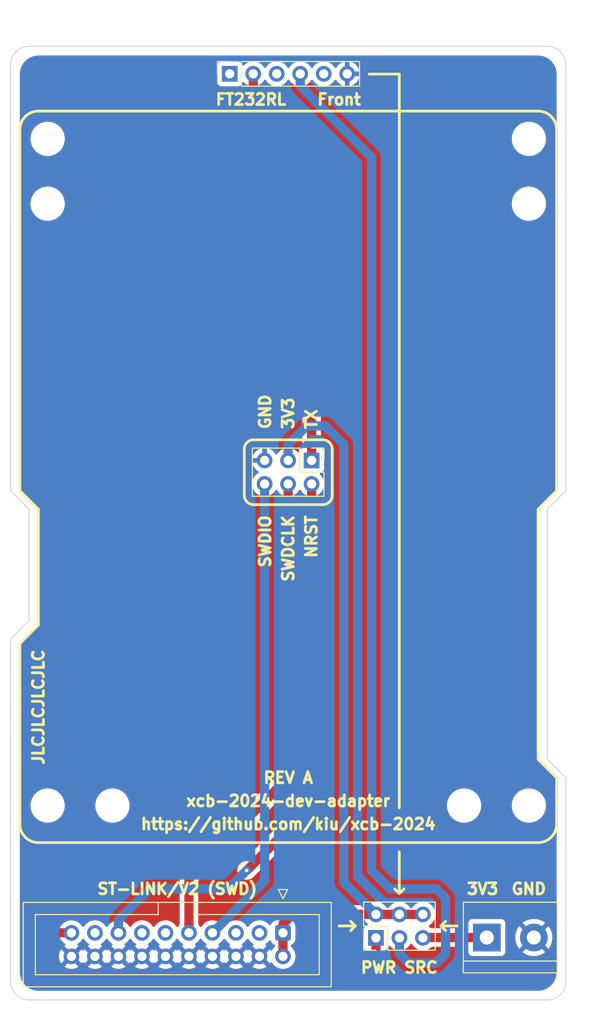
<source format=kicad_pcb>
(kicad_pcb (version 20221018) (generator pcbnew)
  (layers (0 "F.Cu" signal) (31 "B.Cu" signal) (34 "B.Paste" user) (35 "F.Paste" user) (36 "B.SilkS" user "B.Silkscreen") (37 "F.SilkS" user "F.Silkscreen") (38 "B.Mask" user) (39 "F.Mask" user) (44 "Edge.Cuts" user))
  (net 0 "")
  (net 3 "Net-(J1-Pin_4)")
  (net 5 "Net-(J2-Pin_2)")
  (net 6 "+3V3")
  (net 7 "GND")
  (net 8 "Net-(J2-Pin_4)")
  (net 9 "Net-(J1-Pin_2)")
  (net 10 "Net-(J2-Pin_6)")
  (net 16 "Net-(J3-Pin_19)")
  (net 17 "Net-(J4-Pin_5)")
  (footprint "Connector_PinSocket_2.54mm:PinSocket_1x06_P2.54mm_Vertical" (layer "F.Cu") (at 67.675 45.975 90)
    (fp_text reference "J1" hide)
    (fp_text value "Conn_01x06")
    (fp_line (start -1.33 1.27) (end -1.33 14.03) (stroke (width 0.12)) (layer "F.SilkS"))
    (fp_line (start -1.33 1.27) (end 1.33 1.27) (stroke (width 0.12)) (layer "F.SilkS"))
    (fp_line (start -1.33 14.03) (end 1.33 14.03) (stroke (width 0.12)) (layer "F.SilkS"))
    (fp_line (start 0 -1.33) (end 1.33 -1.33) (stroke (width 0.12)) (layer "F.SilkS"))
    (fp_line (start 1.33 -1.33) (end 1.33 0) (stroke (width 0.12)) (layer "F.SilkS"))
    (fp_line (start 1.33 1.27) (end 1.33 14.03) (stroke (width 0.12)) (layer "F.SilkS"))
    (pad "1" thru_hole rect (at 0 0 90) (size 1.7 1.7) (drill 1) (layers "*.Cu" "*.Mask"))
    (pad "2" thru_hole oval (at 0 2.54 90) (size 1.7 1.7) (drill 1) (layers "*.Cu" "*.Mask") (net 9 "Net-(J1-Pin_2)"))
    (pad "3" thru_hole oval (at 0 5.08 90) (size 1.7 1.7) (drill 1) (layers "*.Cu" "*.Mask"))
    (pad "4" thru_hole oval (at 0 7.62 90) (size 1.7 1.7) (drill 1) (layers "*.Cu" "*.Mask") (net 3 "Net-(J1-Pin_4)"))
    (pad "5" thru_hole oval (at 0 10.16 90) (size 1.7 1.7) (drill 1) (layers "*.Cu" "*.Mask"))
    (pad "6" thru_hole oval (at 0 12.7 90) (size 1.7 1.7) (drill 1) (layers "*.Cu" "*.Mask") (net 7 "GND"))
  )
  (footprint "MountingHole:MountingHole_3.2mm_M3_DIN965" (layer "F.Cu") (at 100 53)
    (fp_text reference "H4" hide)
    (fp_text value "MountingHole")
    (pad "" np_thru_hole circle (at 0 0) (size 3.2 3.2) (drill 3.2) (layers "*.Cu" "*.Mask"))
  )
  (footprint "MountingHole:MountingHole_3.2mm_M3_DIN965" (layer "F.Cu") (at 93 125)
    (fp_text reference "H5" hide)
    (fp_text value "MountingHole")
    (pad "" np_thru_hole circle (at 0 0) (size 3.2 3.2) (drill 3.2) (layers "*.Cu" "*.Mask"))
  )
  (footprint "Connector_IDC:IDC-Header_2x10_P2.54mm_Vertical" (layer "F.Cu") (at 73.43 138.7475 -90)
    (fp_text reference "J3" hide)
    (fp_text value "Conn_02x10_Odd_Even")
    (fp_line (start -4.68 -0.5) (end -4.68 0.5) (stroke (width 0.12)) (layer "F.SilkS"))
    (fp_line (start -4.68 0.5) (end -3.68 0) (stroke (width 0.12)) (layer "F.SilkS"))
    (fp_line (start -3.68 0) (end -4.68 -0.5) (stroke (width 0.12)) (layer "F.SilkS"))
    (fp_line (start -3.29 -5.21) (end 5.83 -5.21) (stroke (width 0.12)) (layer "F.SilkS"))
    (fp_line (start -3.29 9.38) (end -1.98 9.38) (stroke (width 0.12)) (layer "F.SilkS"))
    (fp_line (start -3.29 28.07) (end -3.29 -5.21) (stroke (width 0.12)) (layer "F.SilkS"))
    (fp_line (start -1.98 -3.91) (end 4.52 -3.91) (stroke (width 0.12)) (layer "F.SilkS"))
    (fp_line (start -1.98 9.38) (end -1.98 -3.91) (stroke (width 0.12)) (layer "F.SilkS"))
    (fp_line (start -1.98 13.48) (end -3.29 13.48) (stroke (width 0.12)) (layer "F.SilkS"))
    (fp_line (start -1.98 13.48) (end -1.98 13.48) (stroke (width 0.12)) (layer "F.SilkS"))
    (fp_line (start -1.98 26.77) (end -1.98 13.48) (stroke (width 0.12)) (layer "F.SilkS"))
    (fp_line (start 4.52 -3.91) (end 4.52 26.77) (stroke (width 0.12)) (layer "F.SilkS"))
    (fp_line (start 4.52 26.77) (end -1.98 26.77) (stroke (width 0.12)) (layer "F.SilkS"))
    (fp_line (start 5.83 -5.21) (end 5.83 28.07) (stroke (width 0.12)) (layer "F.SilkS"))
    (fp_line (start 5.83 28.07) (end -3.29 28.07) (stroke (width 0.12)) (layer "F.SilkS"))
    (pad "1" thru_hole roundrect (at 0 0 270) (size 1.7 1.7) (drill 1) (layers "*.Cu" "*.Mask") (roundrect_rratio 0.1470588235) (net 6 "+3V3"))
    (pad "2" thru_hole circle (at 2.54 0 270) (size 1.7 1.7) (drill 1) (layers "*.Cu" "*.Mask") (net 6 "+3V3"))
    (pad "3" thru_hole circle (at 0 2.54 270) (size 1.7 1.7) (drill 1) (layers "*.Cu" "*.Mask"))
    (pad "4" thru_hole circle (at 2.54 2.54 270) (size 1.7 1.7) (drill 1) (layers "*.Cu" "*.Mask") (net 7 "GND"))
    (pad "5" thru_hole circle (at 0 5.08 270) (size 1.7 1.7) (drill 1) (layers "*.Cu" "*.Mask"))
    (pad "6" thru_hole circle (at 2.54 5.08 270) (size 1.7 1.7) (drill 1) (layers "*.Cu" "*.Mask") (net 7 "GND"))
    (pad "7" thru_hole circle (at 0 7.62 270) (size 1.7 1.7) (drill 1) (layers "*.Cu" "*.Mask") (net 10 "Net-(J2-Pin_6)"))
    (pad "8" thru_hole circle (at 2.54 7.62 270) (size 1.7 1.7) (drill 1) (layers "*.Cu" "*.Mask") (net 7 "GND"))
    (pad "9" thru_hole circle (at 0 10.16 270) (size 1.7 1.7) (drill 1) (layers "*.Cu" "*.Mask") (net 8 "Net-(J2-Pin_4)"))
    (pad "10" thru_hole circle (at 2.54 10.16 270) (size 1.7 1.7) (drill 1) (layers "*.Cu" "*.Mask") (net 7 "GND"))
    (pad "11" thru_hole circle (at 0 12.7 270) (size 1.7 1.7) (drill 1) (layers "*.Cu" "*.Mask"))
    (pad "12" thru_hole circle (at 2.54 12.7 270) (size 1.7 1.7) (drill 1) (layers "*.Cu" "*.Mask") (net 7 "GND"))
    (pad "13" thru_hole circle (at 0 15.24 270) (size 1.7 1.7) (drill 1) (layers "*.Cu" "*.Mask"))
    (pad "14" thru_hole circle (at 2.54 15.24 270) (size 1.7 1.7) (drill 1) (layers "*.Cu" "*.Mask") (net 7 "GND"))
    (pad "15" thru_hole circle (at 0 17.78 270) (size 1.7 1.7) (drill 1) (layers "*.Cu" "*.Mask") (net 5 "Net-(J2-Pin_2)"))
    (pad "16" thru_hole circle (at 2.54 17.78 270) (size 1.7 1.7) (drill 1) (layers "*.Cu" "*.Mask") (net 7 "GND"))
    (pad "17" thru_hole circle (at 0 20.32 270) (size 1.7 1.7) (drill 1) (layers "*.Cu" "*.Mask"))
    (pad "18" thru_hole circle (at 2.54 20.32 270) (size 1.7 1.7) (drill 1) (layers "*.Cu" "*.Mask") (net 7 "GND"))
    (pad "19" thru_hole circle (at 0 22.86 270) (size 1.7 1.7) (drill 1) (layers "*.Cu" "*.Mask") (net 16 "Net-(J3-Pin_19)"))
    (pad "20" thru_hole circle (at 2.54 22.86 270) (size 1.7 1.7) (drill 1) (layers "*.Cu" "*.Mask") (net 7 "GND"))
  )
  (footprint "MountingHole:MountingHole_3.2mm_M3_DIN965" (layer "F.Cu") (at 100 125)
    (fp_text reference "H6" hide)
    (fp_text value "MountingHole")
    (pad "" np_thru_hole circle (at 0 0) (size 3.2 3.2) (drill 3.2) (layers "*.Cu" "*.Mask"))
  )
  (footprint "Connector_PinHeader_2.54mm:PinHeader_2x03_P2.54mm_Vertical" (layer "F.Cu") (at 76.525 87.725 -90)
    (fp_text reference "J2" hide)
    (fp_text value "Conn_02x03_Odd_Even")
    (fp_line (start -1.33 -1.33) (end 0 -1.33) (stroke (width 0.12)) (layer "F.SilkS"))
    (fp_line (start -1.33 0) (end -1.33 -1.33) (stroke (width 0.12)) (layer "F.SilkS"))
    (fp_line (start -1.33 1.27) (end -1.33 6.41) (stroke (width 0.12)) (layer "F.SilkS"))
    (fp_line (start -1.33 1.27) (end 1.27 1.27) (stroke (width 0.12)) (layer "F.SilkS"))
    (fp_line (start -1.33 6.41) (end 3.87 6.41) (stroke (width 0.12)) (layer "F.SilkS"))
    (fp_line (start 1.27 -1.33) (end 3.87 -1.33) (stroke (width 0.12)) (layer "F.SilkS"))
    (fp_line (start 1.27 1.27) (end 1.27 -1.33) (stroke (width 0.12)) (layer "F.SilkS"))
    (fp_line (start 3.87 -1.33) (end 3.87 6.41) (stroke (width 0.12)) (layer "F.SilkS"))
    (pad "1" thru_hole rect (at 0 0 270) (size 1.7 1.7) (drill 1) (layers "*.Cu" "*.Mask") (net 9 "Net-(J1-Pin_2)"))
    (pad "2" thru_hole oval (at 2.54 0 270) (size 1.7 1.7) (drill 1) (layers "*.Cu" "*.Mask") (net 5 "Net-(J2-Pin_2)"))
    (pad "3" thru_hole oval (at 0 2.54 270) (size 1.7 1.7) (drill 1) (layers "*.Cu" "*.Mask") (net 6 "+3V3"))
    (pad "4" thru_hole oval (at 2.54 2.54 270) (size 1.7 1.7) (drill 1) (layers "*.Cu" "*.Mask") (net 8 "Net-(J2-Pin_4)"))
    (pad "5" thru_hole oval (at 0 5.08 270) (size 1.7 1.7) (drill 1) (layers "*.Cu" "*.Mask") (net 7 "GND"))
    (pad "6" thru_hole oval (at 2.54 5.08 270) (size 1.7 1.7) (drill 1) (layers "*.Cu" "*.Mask") (net 10 "Net-(J2-Pin_6)"))
  )
  (footprint "MountingHole:MountingHole_3.2mm_M3_DIN965" (layer "F.Cu") (at 48 60)
    (fp_text reference "H1" hide)
    (fp_text value "MountingHole")
    (pad "" np_thru_hole circle (at 0 0) (size 3.2 3.2) (drill 3.2) (layers "*.Cu" "*.Mask"))
  )
  (footprint "MountingHole:MountingHole_3.2mm_M3_DIN965" (layer "F.Cu") (at 48 125)
    (fp_text reference "H8" hide)
    (fp_text value "MountingHole")
    (pad "" np_thru_hole circle (at 0 0) (size 3.2 3.2) (drill 3.2) (layers "*.Cu" "*.Mask"))
  )
  (footprint "MountingHole:MountingHole_3.2mm_M3_DIN965" (layer "F.Cu") (at 55 125)
    (fp_text reference "H7" hide)
    (fp_text value "MountingHole")
    (pad "" np_thru_hole circle (at 0 0) (size 3.2 3.2) (drill 3.2) (layers "*.Cu" "*.Mask"))
  )
  (footprint "TerminalBlock:TerminalBlock_bornier-2_P5.08mm" (layer "F.Cu") (at 95.46 139.25)
    (fp_text reference "J5" hide)
    (fp_text value "Screw_Terminal_01x02")
    (fp_line (start -2.54 -3.81) (end -2.54 3.81) (stroke (width 0.12)) (layer "F.SilkS"))
    (fp_line (start -2.54 3.81) (end 7.62 3.81) (stroke (width 0.12)) (layer "F.SilkS"))
    (fp_line (start 7.62 -3.81) (end -2.54 -3.81) (stroke (width 0.12)) (layer "F.SilkS"))
    (fp_line (start 7.62 2.54) (end -2.54 2.54) (stroke (width 0.12)) (layer "F.SilkS"))
    (fp_line (start 7.62 3.81) (end 7.62 -3.81) (stroke (width 0.12)) (layer "F.SilkS"))
    (pad "1" thru_hole rect (at 0 0) (size 3 3) (drill 1.52) (layers "*.Cu" "*.Mask") (net 17 "Net-(J4-Pin_5)"))
    (pad "2" thru_hole circle (at 5.08 0) (size 3 3) (drill 1.52) (layers "*.Cu" "*.Mask") (net 7 "GND"))
  )
  (footprint "MountingHole:MountingHole_3.2mm_M3_DIN965" (layer "F.Cu") (at 100 60)
    (fp_text reference "H3" hide)
    (fp_text value "MountingHole")
    (pad "" np_thru_hole circle (at 0 0) (size 3.2 3.2) (drill 3.2) (layers "*.Cu" "*.Mask"))
  )
  (footprint "Connector_PinHeader_2.54mm:PinHeader_2x03_P2.54mm_Vertical" (layer "F.Cu") (at 83.475 139.29 90)
    (fp_text reference "J4" hide)
    (fp_text value "Conn_02x03_Odd_Even")
    (fp_line (start -1.33 -1.33) (end 0 -1.33) (stroke (width 0.12)) (layer "F.SilkS"))
    (fp_line (start -1.33 0) (end -1.33 -1.33) (stroke (width 0.12)) (layer "F.SilkS"))
    (fp_line (start -1.33 1.27) (end -1.33 6.41) (stroke (width 0.12)) (layer "F.SilkS"))
    (fp_line (start -1.33 1.27) (end 1.27 1.27) (stroke (width 0.12)) (layer "F.SilkS"))
    (fp_line (start -1.33 6.41) (end 3.87 6.41) (stroke (width 0.12)) (layer "F.SilkS"))
    (fp_line (start 1.27 -1.33) (end 3.87 -1.33) (stroke (width 0.12)) (layer "F.SilkS"))
    (fp_line (start 1.27 1.27) (end 1.27 -1.33) (stroke (width 0.12)) (layer "F.SilkS"))
    (fp_line (start 3.87 -1.33) (end 3.87 6.41) (stroke (width 0.12)) (layer "F.SilkS"))
    (pad "1" thru_hole rect (at 0 0 90) (size 1.7 1.7) (drill 1) (layers "*.Cu" "*.Mask") (net 16 "Net-(J3-Pin_19)"))
    (pad "2" thru_hole oval (at 2.54 0 90) (size 1.7 1.7) (drill 1) (layers "*.Cu" "*.Mask") (net 6 "+3V3"))
    (pad "3" thru_hole oval (at 0 2.54 90) (size 1.7 1.7) (drill 1) (layers "*.Cu" "*.Mask") (net 3 "Net-(J1-Pin_4)"))
    (pad "4" thru_hole oval (at 2.54 2.54 90) (size 1.7 1.7) (drill 1) (layers "*.Cu" "*.Mask") (net 6 "+3V3"))
    (pad "5" thru_hole oval (at 0 5.08 90) (size 1.7 1.7) (drill 1) (layers "*.Cu" "*.Mask") (net 17 "Net-(J4-Pin_5)"))
    (pad "6" thru_hole oval (at 2.54 5.08 90) (size 1.7 1.7) (drill 1) (layers "*.Cu" "*.Mask") (net 6 "+3V3"))
  )
  (footprint "MountingHole:MountingHole_3.2mm_M3_DIN965" (layer "F.Cu") (at 48 53)
    (fp_text reference "H2" hide)
    (fp_text value "MountingHole")
    (pad "" np_thru_hole circle (at 0 0) (size 3.2 3.2) (drill 3.2) (layers "*.Cu" "*.Mask"))
  )
  (gr_line (start 47 129) (end 101 129) (stroke (width 0.3)) (layer "F.SilkS"))
  (gr_line (start 101 50) (end 47 50) (stroke (width 0.3)) (layer "F.SilkS"))
  (gr_arc (start 101 50) (mid 102.414214 50.585786) (end 103 52) (stroke (width 0.3)) (layer "F.SilkS"))
  (gr_line (start 86 134.5) (end 86 130) (stroke (width 0.3)) (layer "F.SilkS"))
  (gr_arc (start 45 52) (mid 45.585786 50.585786) (end 47 50) (stroke (width 0.3)) (layer "F.SilkS"))
  (gr_line (start 47 93) (end 45 91) (stroke (width 0.3)) (layer "F.SilkS"))
  (gr_arc (start 70.249998 92.499998) (mid 69.542893 92.207104) (end 69.249998 91.499998) (stroke (width 0.3)) (layer "F.SilkS"))
  (gr_line (start 70.249998 92.5) (end 77.749998 92.5) (stroke (width 0.3)) (layer "F.SilkS"))
  (gr_line (start 45 127) (end 45 107.5) (stroke (width 0.3)) (layer "F.SilkS"))
  (gr_line (start 85.5 134) (end 86 134.5) (stroke (width 0.3)) (layer "F.SilkS"))
  (gr_line (start 47 105.5) (end 47 93) (stroke (width 0.3)) (layer "F.SilkS"))
  (gr_line (start 103 91) (end 101 93) (stroke (width 0.3)) (layer "F.SilkS"))
  (gr_line (start 101 93) (end 101 120) (stroke (width 0.3)) (layer "F.SilkS"))
  (gr_line (start 81.25 138) (end 79.5 138) (stroke (width 0.3)) (layer "F.SilkS"))
  (gr_line (start 45 91) (end 45 52) (stroke (width 0.3)) (layer "F.SilkS"))
  (gr_line (start 70.25 85.5) (end 77.75 85.5) (stroke (width 0.3)) (layer "F.SilkS"))
  (gr_line (start 86.5 134) (end 86 134.5) (stroke (width 0.3)) (layer "F.SilkS"))
  (gr_line (start 91 138.5) (end 90.5 138) (stroke (width 0.3)) (layer "F.SilkS"))
  (gr_line (start 69.25 91.5) (end 69.25 86.5) (stroke (width 0.3)) (layer "F.SilkS"))
  (gr_line (start 45 107.5) (end 47 105.5) (stroke (width 0.3)) (layer "F.SilkS"))
  (gr_line (start 103 52) (end 103 91) (stroke (width 0.3)) (layer "F.SilkS"))
  (gr_line (start 78.75 91.500002) (end 78.75 86.500002) (stroke (width 0.3)) (layer "F.SilkS"))
  (gr_arc (start 78.749998 91.5) (mid 78.457105 92.207106) (end 77.749998 92.5) (stroke (width 0.3)) (layer "F.SilkS"))
  (gr_line (start 80.75 138.5) (end 81.25 138) (stroke (width 0.3)) (layer "F.SilkS"))
  (gr_line (start 86 46) (end 82.75 46) (stroke (width 0.3)) (layer "F.SilkS"))
  (gr_line (start 103 122) (end 101 120) (stroke (width 0.3)) (layer "F.SilkS"))
  (gr_arc (start 69.25 86.5) (mid 69.542893 85.792893) (end 70.25 85.5) (stroke (width 0.3)) (layer "F.SilkS"))
  (gr_line (start 90.5 138) (end 92.25 138) (stroke (width 0.3)) (layer "F.SilkS"))
  (gr_line (start 80.75 137.5) (end 81.25 138) (stroke (width 0.3)) (layer "F.SilkS"))
  (gr_line (start 86 125.25) (end 86 46) (stroke (width 0.3)) (layer "F.SilkS"))
  (gr_arc (start 103 127) (mid 102.414214 128.414214) (end 101 129) (stroke (width 0.3)) (layer "F.SilkS"))
  (gr_line (start 103 127) (end 103 122) (stroke (width 0.3)) (layer "F.SilkS"))
  (gr_arc (start 47 129) (mid 45.585786 128.414214) (end 45 127) (stroke (width 0.3)) (layer "F.SilkS"))
  (gr_arc (start 77.75 85.500002) (mid 78.457106 85.792895) (end 78.75 86.500002) (stroke (width 0.3)) (layer "F.SilkS"))
  (gr_line (start 91 137.5) (end 90.5 138) (stroke (width 0.3)) (layer "F.SilkS"))
  (gr_line (start 46 43) (end 102 43) (stroke (width 0.1)) (layer "Edge.Cuts"))
  (gr_line (start 46 146) (end 102 146) (stroke (width 0.1)) (layer "Edge.Cuts"))
  (gr_line (start 46 105) (end 44 107) (stroke (width 0.1)) (layer "Edge.Cuts"))
  (gr_line (start 102 120) (end 104 122) (stroke (width 0.1)) (layer "Edge.Cuts"))
  (gr_arc (start 104 144) (mid 103.414214 145.414214) (end 102 146) (stroke (width 0.1)) (layer "Edge.Cuts"))
  (gr_arc (start 102 43) (mid 103.414214 43.585786) (end 104 45) (stroke (width 0.1)) (layer "Edge.Cuts"))
  (gr_line (start 104 45) (end 104 91) (stroke (width 0.1)) (layer "Edge.Cuts"))
  (gr_line (start 102 120) (end 102 93) (stroke (width 0.1)) (layer "Edge.Cuts"))
  (gr_line (start 104 122) (end 104 144) (stroke (width 0.1)) (layer "Edge.Cuts"))
  (gr_line (start 44 91) (end 44 45) (stroke (width 0.1)) (layer "Edge.Cuts"))
  (gr_arc (start 44 45) (mid 44.585786 43.585786) (end 46 43) (stroke (width 0.1)) (layer "Edge.Cuts"))
  (gr_arc (start 46 146) (mid 44.585786 145.414214) (end 44 144) (stroke (width 0.1)) (layer "Edge.Cuts"))
  (gr_line (start 46 93) (end 46 105) (stroke (width 0.1)) (layer "Edge.Cuts"))
  (gr_line (start 102 93) (end 104 91) (stroke (width 0.1)) (layer "Edge.Cuts"))
  (gr_line (start 46 93) (end 44 91) (stroke (width 0.1)) (layer "Edge.Cuts"))
  (gr_line (start 44 107) (end 44 144) (stroke (width 0.1)) (layer "Edge.Cuts"))
  (gr_text "SWDCLK" (at 74 93.5 90) (layer "F.SilkS") (effects (font (size 1.2 1.2) (thickness 0.3) bold) (justify right)))
  (gr_text "SWDIO" (at 71.5 93.5 90) (layer "F.SilkS") (effects (font (size 1.2 1.2) (thickness 0.3) bold) (justify right)))
  (gr_text "NRST" (at 76.5 93.5 90) (layer "F.SilkS") (effects (font (size 1.2 1.2) (thickness 0.3) bold) (justify right)))
  (gr_text "3V3" (at 74 84.5 90) (layer "F.SilkS") (effects (font (size 1.2 1.2) (thickness 0.3) bold) (justify left)))
  (gr_text "Front" (at 82 48.75) (layer "F.SilkS") (effects (font (size 1.2 1.2) (thickness 0.3) bold) (justify right)))
  (gr_text "PWR SRC" (at 86 142.5) (layer "F.SilkS") (effects (font (size 1.2 1.2) (thickness 0.3) bold)))
  (gr_text "https://github.com/kiu/xcb-2024" (at 74 127) (layer "F.SilkS") (effects (font (size 1.2 1.2) (thickness 0.3) bold)))
  (gr_text "GND" (at 100 134) (layer "F.SilkS") (effects (font (size 1.2 1.2) (thickness 0.3) bold)))
  (gr_text "GND" (at 71.5 84.5 90) (layer "F.SilkS") (effects (font (size 1.2 1.2) (thickness 0.3) bold) (justify left)))
  (gr_text "xcb-2024-dev-adapter" (at 74 124.5) (layer "F.SilkS") (effects (font (size 1.2 1.2) (thickness 0.3) bold)))
  (gr_text "JLCJLCJLCJLC" (at 47 108 90) (layer "F.SilkS") (effects (font (size 1.2 1.2) (thickness 0.3) bold) (justify right)))
  (gr_text "TX" (at 76.5 84.5 90) (layer "F.SilkS") (effects (font (size 1.2 1.2) (thickness 0.3) bold) (justify left)))
  (gr_text "REV A" (at 74 122) (layer "F.SilkS") (effects (font (size 1.2 1.2) (thickness 0.3) bold)))
  (gr_text "ST-LINK/V2 (SWD)" (at 62 134) (layer "F.SilkS") (effects (font (size 1.2 1.2) (thickness 0.3) bold)))
  (gr_text "3V3" (at 95 134) (layer "F.SilkS") (effects (font (size 1.2 1.2) (thickness 0.3) bold)))
  (gr_text "FT232RL" (at 66 48.75) (layer "F.SilkS") (effects (font (size 1.2 1.2) (thickness 0.3) bold) (justify left)))
  (segment (start 83 55) (end 83 132) (width 1) (layer "B.Cu") (net 3))
  (segment (start 86 141) (end 86.015 140.985) (width 1) (layer "B.Cu") (net 3))
  (segment (start 90 142) (end 87 142) (width 1) (layer "B.Cu") (net 3))
  (segment (start 75.295 45.975) (end 75.295 47.295) (width 1) (layer "B.Cu") (net 3))
  (segment (start 87 142) (end 86 141) (width 1) (layer "B.Cu") (net 3))
  (segment (start 85 134) (end 90 134) (width 1) (layer "B.Cu") (net 3))
  (segment (start 75.295 47.295) (end 83 55) (width 1) (layer "B.Cu") (net 3))
  (segment (start 86.015 140.985) (end 86.015 139.29) (width 1) (layer "B.Cu") (net 3))
  (segment (start 91 135) (end 91 141) (width 1) (layer "B.Cu") (net 3))
  (segment (start 91 141) (end 90 142) (width 1) (layer "B.Cu") (net 3))
  (segment (start 83 132) (end 85 134) (width 1) (layer "B.Cu") (net 3))
  (segment (start 90 134) (end 91 135) (width 1) (layer "B.Cu") (net 3))
  (segment (start 76.525 90.265) (end 76.525 125) (width 1) (layer "F.Cu") (net 5))
  (segment (start 69.525 132) (end 69.5 132) (width 1) (layer "F.Cu") (net 5))
  (segment (start 76.525 125) (end 69.525 132) (width 1) (layer "F.Cu") (net 5))
  (via (at 69.5 132) (size 0.8) (drill 0.4) (layers "F.Cu" "B.Cu") (net 5))
  (segment (start 59 134) (end 67.5 134) (width 1) (layer "B.Cu") (net 5))
  (segment (start 55.65 138.7475) (end 55.65 137.35) (width 1) (layer "B.Cu") (net 5))
  (segment (start 67.5 134) (end 69.5 132) (width 1) (layer "B.Cu") (net 5))
  (segment (start 55.65 137.35) (end 59 134) (width 1) (layer "B.Cu") (net 5))
  (segment (start 74.355 136.855) (end 73.43 137.78) (width 1) (layer "F.Cu") (net 6))
  (segment (start 83.475 136.75) (end 74.46 136.75) (width 1) (layer "F.Cu") (net 6))
  (segment (start 83.475 136.75) (end 86.015 136.75) (width 1) (layer "F.Cu") (net 6))
  (segment (start 73.43 137.78) (end 73.43 138.7475) (width 1) (layer "F.Cu") (net 6))
  (segment (start 88.555 136.75) (end 86.015 136.75) (width 1) (layer "F.Cu") (net 6))
  (segment (start 73.43 138.7475) (end 73.43 141.2875) (width 1) (layer "F.Cu") (net 6))
  (segment (start 74.46 136.75) (end 74.355 136.855) (width 1) (layer "F.Cu") (net 6))
  (segment (start 76 84) (end 78 84) (width 1) (layer "B.Cu") (net 6))
  (segment (start 78 84) (end 80 86) (width 1) (layer "B.Cu") (net 6))
  (segment (start 73.985 86.015) (end 76 84) (width 1) (layer "B.Cu") (net 6))
  (segment (start 80 86) (end 80 133.275) (width 1) (layer "B.Cu") (net 6))
  (segment (start 73.985 87.725) (end 73.985 86.015) (width 1) (layer "B.Cu") (net 6))
  (segment (start 80 133.275) (end 83.475 136.75) (width 1) (layer "B.Cu") (net 6))
  (segment (start 63.27 132.715) (end 73.985 122) (width 1) (layer "F.Cu") (net 8))
  (segment (start 73.985 122) (end 73.985 90.265) (width 1) (layer "F.Cu") (net 8))
  (segment (start 63.27 138.7475) (end 63.27 132.715) (width 1) (layer "F.Cu") (net 8))
  (segment (start 76.525 87.725) (end 76.525 54.31) (width 1) (layer "F.Cu") (net 9))
  (segment (start 70.215 48) (end 70.215 45.975) (width 1) (layer "F.Cu") (net 9))
  (segment (start 76.525 54.31) (end 70.215 48) (width 1) (layer "F.Cu") (net 9))
  (segment (start 65.81 138.7475) (end 71.445 133.1125) (width 1) (layer "B.Cu") (net 10))
  (segment (start 71.445 133.1125) (end 71.445 90.265) (width 1) (layer "B.Cu") (net 10))
  (segment (start 47.75 143) (end 48.75 144) (width 1) (layer "F.Cu") (net 16))
  (segment (start 47.75 140) (end 47.75 143) (width 1) (layer "F.Cu") (net 16))
  (segment (start 49.0025 138.7475) (end 47.75 140) (width 1) (layer "F.Cu") (net 16))
  (segment (start 83.475 142.275) (end 83.475 139.29) (width 1) (layer "F.Cu") (net 16))
  (segment (start 48.75 144) (end 81.75 144) (width 1) (layer "F.Cu") (net 16))
  (segment (start 50.82 138.7475) (end 49.0025 138.7475) (width 1) (layer "F.Cu") (net 16))
  (segment (start 81.75 144) (end 83.475 142.275) (width 1) (layer "F.Cu") (net 16))
  (segment (start 88.595 139.25) (end 88.555 139.29) (width 1) (layer "F.Cu") (net 17))
  (segment (start 95.46 139.25) (end 88.595 139.25) (width 1) (layer "F.Cu") (net 17))
  (zone (net 7) (net_name "GND") (layers "F&B.Cu") (connect_pads (clearance 0.5)) (min_thickness 0.25) (fill yes (thermal_gap 0.5) (thermal_bridge_width 0.5) (smoothing fillet) (radius 2))
    (polygon (pts (xy 45 107.5) (xy 47 105.5) (xy 47 93) (xy 45 91) (xy 45 44) (xy 103 44) (xy 103 91) (xy 101 93) (xy 101 120) (xy 103 122) (xy 103 145) (xy 45 145)))
  )
)
</source>
